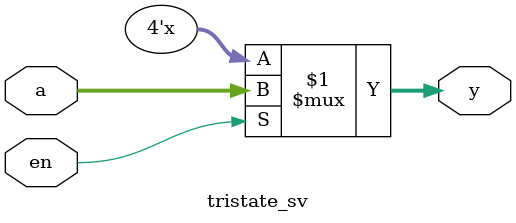
<source format=sv>
module tristate_sv
(
input logic [3:0] a,
input logic en,
output tri [3:0] y
);
assign y = en ? a : 4'bz;
endmodule
</source>
